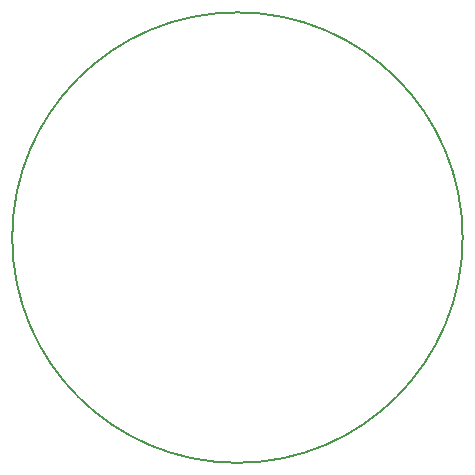
<source format=gm1>
G04 #@! TF.FileFunction,Profile,NP*
%FSLAX46Y46*%
G04 Gerber Fmt 4.6, Leading zero omitted, Abs format (unit mm)*
G04 Created by KiCad (PCBNEW 4.0.4-stable) date Thursday, 20 '20e' October '20e' 2016, 21:15:53*
%MOMM*%
%LPD*%
G01*
G04 APERTURE LIST*
%ADD10C,0.100000*%
%ADD11C,0.150000*%
G04 APERTURE END LIST*
D10*
D11*
X176353954Y-103560000D02*
G75*
G03X176353954Y-103560000I-19068954J0D01*
G01*
M02*

</source>
